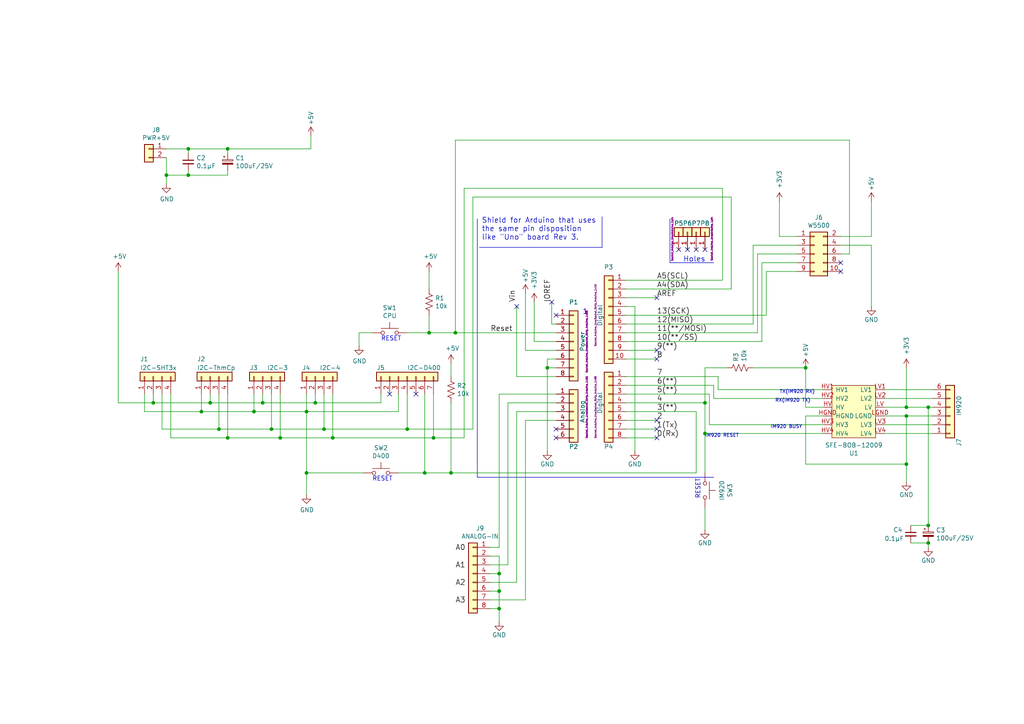
<source format=kicad_sch>
(kicad_sch (version 20230121) (generator eeschema)
  (paper "A4")
  (title_block (title "M302 Measurement Equipment Type Light") (date "2021-02-24") (rev "1.11") (company "HOLLY&Co.,Ltd.") (comment 1 "Use W5500 I/F for LAN networking") (comment 2 "Use IM920 I/F for Radio connection") (comment 3 "Analog Input 4ch available"))
  (lib_symbols
    (symbol "Buffer:SFE-BOB-12009" (pin_names (offset 1.016))
      (property "Reference" "U" (at 0 0 0))
      (property "Value" "SFE-BOB-12009" (at 0 0 0))
      (symbol "SFE-BOB-12009_0_1"
        (rectangle (start -6.35 -3.81) (end 6.35 -19.05) (fill (type background)))
      )
      (symbol "SFE-BOB-12009_1_1"
        (pin passive line (at 8.89 -10.16 180) (length 2.54) (name "HGND") (number "HGND"))
        (pin passive line (at 8.89 -12.7 180) (length 2.54) (name "HV") (number "HV"))
        (pin passive line (at 8.89 -17.78 180) (length 2.54) (name "HV1") (number "HV1"))
        (pin passive line (at 8.89 -15.24 180) (length 2.54) (name "HV2") (number "HV2"))
        (pin passive line (at 8.89 -7.62 180) (length 2.54) (name "HV3") (number "HV3"))
        (pin passive line (at 8.89 -5.08 180) (length 2.54) (name "HV4") (number "HV4"))
        (pin passive line (at -8.89 -10.16 0) (length 2.54) (name "LGND") (number "LGND"))
        (pin passive line (at -8.89 -12.7 0) (length 2.54) (name "LV") (number "LV"))
        (pin passive line (at -8.89 -17.78 0) (length 2.54) (name "LV1") (number "LV1"))
        (pin passive line (at -8.89 -15.24 0) (length 2.54) (name "LV2") (number "LV2"))
        (pin passive line (at -8.89 -7.62 0) (length 2.54) (name "LV3") (number "LV3"))
        (pin passive line (at -8.89 -5.08 0) (length 2.54) (name "LV4") (number "LV4"))
      )
    )
    (symbol "Connector_Generic:Conn_01x01" (pin_names (offset 1.016) hide)
      (property "Reference" "J" (at 0 2.54 0))
      (property "Value" "Conn_01x01" (at 0 -2.54 0))
      (symbol "Conn_01x01_1_1"
        (rectangle (start -1.27 0.127) (end 0 -0.127) (stroke (width 0.1524)))
        (rectangle (start -1.27 1.27) (end 1.27 -1.27) (stroke (width 0.254)) (fill (type background)))
        (pin passive line (at -5.08 0 0) (length 3.81) (name "Pin_1") (number "1"))
      )
    )
    (symbol "Connector_Generic:Conn_01x02" (pin_names (offset 1.016) hide)
      (property "Reference" "J" (at 0 2.54 0))
      (property "Value" "Conn_01x02" (at 0 -5.08 0))
      (symbol "Conn_01x02_1_1"
        (rectangle (start -1.27 -2.413) (end 0 -2.667) (stroke (width 0.1524)))
        (rectangle (start -1.27 0.127) (end 0 -0.127) (stroke (width 0.1524)))
        (rectangle (start -1.27 1.27) (end 1.27 -3.81) (stroke (width 0.254)) (fill (type background)))
        (pin passive line (at -5.08 0 0) (length 3.81) (name "Pin_1") (number "1"))
        (pin passive line (at -5.08 -2.54 0) (length 3.81) (name "Pin_2") (number "2"))
      )
    )
    (symbol "Connector_Generic:Conn_01x04" (pin_names (offset 1.016) hide)
      (property "Reference" "J" (at 0 5.08 0))
      (property "Value" "Conn_01x04" (at 0 -7.62 0))
      (symbol "Conn_01x04_1_1"
        (rectangle (start -1.27 -4.953) (end 0 -5.207) (stroke (width 0.1524)))
        (rectangle (start -1.27 -2.413) (end 0 -2.667) (stroke (width 0.1524)))
        (rectangle (start -1.27 0.127) (end 0 -0.127) (stroke (width 0.1524)))
        (rectangle (start -1.27 2.667) (end 0 2.413) (stroke (width 0.1524)))
        (rectangle (start -1.27 3.81) (end 1.27 -6.35) (stroke (width 0.254)) (fill (type background)))
        (pin passive line (at -5.08 2.54 0) (length 3.81) (name "Pin_1") (number "1"))
        (pin passive line (at -5.08 0 0) (length 3.81) (name "Pin_2") (number "2"))
        (pin passive line (at -5.08 -2.54 0) (length 3.81) (name "Pin_3") (number "3"))
        (pin passive line (at -5.08 -5.08 0) (length 3.81) (name "Pin_4") (number "4"))
      )
    )
    (symbol "Connector_Generic:Conn_01x06" (pin_names (offset 1.016) hide)
      (property "Reference" "J" (at 0 7.62 0))
      (property "Value" "Conn_01x06" (at 0 -10.16 0))
      (symbol "Conn_01x06_1_1"
        (rectangle (start -1.27 -7.493) (end 0 -7.747) (stroke (width 0.1524)))
        (rectangle (start -1.27 -4.953) (end 0 -5.207) (stroke (width 0.1524)))
        (rectangle (start -1.27 -2.413) (end 0 -2.667) (stroke (width 0.1524)))
        (rectangle (start -1.27 0.127) (end 0 -0.127) (stroke (width 0.1524)))
        (rectangle (start -1.27 2.667) (end 0 2.413) (stroke (width 0.1524)))
        (rectangle (start -1.27 5.207) (end 0 4.953) (stroke (width 0.1524)))
        (rectangle (start -1.27 6.35) (end 1.27 -8.89) (stroke (width 0.254)) (fill (type background)))
        (pin passive line (at -5.08 5.08 0) (length 3.81) (name "Pin_1") (number "1"))
        (pin passive line (at -5.08 2.54 0) (length 3.81) (name "Pin_2") (number "2"))
        (pin passive line (at -5.08 0 0) (length 3.81) (name "Pin_3") (number "3"))
        (pin passive line (at -5.08 -2.54 0) (length 3.81) (name "Pin_4") (number "4"))
        (pin passive line (at -5.08 -5.08 0) (length 3.81) (name "Pin_5") (number "5"))
        (pin passive line (at -5.08 -7.62 0) (length 3.81) (name "Pin_6") (number "6"))
      )
    )
    (symbol "Connector_Generic:Conn_01x07" (pin_names (offset 1.016) hide)
      (property "Reference" "J" (at 0 10.16 0))
      (property "Value" "Conn_01x07" (at 0 -10.16 0))
      (symbol "Conn_01x07_1_1"
        (rectangle (start -1.27 -7.493) (end 0 -7.747) (stroke (width 0.1524)))
        (rectangle (start -1.27 -4.953) (end 0 -5.207) (stroke (width 0.1524)))
        (rectangle (start -1.27 -2.413) (end 0 -2.667) (stroke (width 0.1524)))
        (rectangle (start -1.27 0.127) (end 0 -0.127) (stroke (width 0.1524)))
        (rectangle (start -1.27 2.667) (end 0 2.413) (stroke (width 0.1524)))
        (rectangle (start -1.27 5.207) (end 0 4.953) (stroke (width 0.1524)))
        (rectangle (start -1.27 7.747) (end 0 7.493) (stroke (width 0.1524)))
        (rectangle (start -1.27 8.89) (end 1.27 -8.89) (stroke (width 0.254)) (fill (type background)))
        (pin passive line (at -5.08 7.62 0) (length 3.81) (name "Pin_1") (number "1"))
        (pin passive line (at -5.08 5.08 0) (length 3.81) (name "Pin_2") (number "2"))
        (pin passive line (at -5.08 2.54 0) (length 3.81) (name "Pin_3") (number "3"))
        (pin passive line (at -5.08 0 0) (length 3.81) (name "Pin_4") (number "4"))
        (pin passive line (at -5.08 -2.54 0) (length 3.81) (name "Pin_5") (number "5"))
        (pin passive line (at -5.08 -5.08 0) (length 3.81) (name "Pin_6") (number "6"))
        (pin passive line (at -5.08 -7.62 0) (length 3.81) (name "Pin_7") (number "7"))
      )
    )
    (symbol "Connector_Generic:Conn_01x08" (pin_names (offset 1.016) hide)
      (property "Reference" "J" (at 0 10.16 0))
      (property "Value" "Conn_01x08" (at 0 -12.7 0))
      (symbol "Conn_01x08_1_1"
        (rectangle (start -1.27 -10.033) (end 0 -10.287) (stroke (width 0.1524)))
        (rectangle (start -1.27 -7.493) (end 0 -7.747) (stroke (width 0.1524)))
        (rectangle (start -1.27 -4.953) (end 0 -5.207) (stroke (width 0.1524)))
        (rectangle (start -1.27 -2.413) (end 0 -2.667) (stroke (width 0.1524)))
        (rectangle (start -1.27 0.127) (end 0 -0.127) (stroke (width 0.1524)))
        (rectangle (start -1.27 2.667) (end 0 2.413) (stroke (width 0.1524)))
        (rectangle (start -1.27 5.207) (end 0 4.953) (stroke (width 0.1524)))
        (rectangle (start -1.27 7.747) (end 0 7.493) (stroke (width 0.1524)))
        (rectangle (start -1.27 8.89) (end 1.27 -11.43) (stroke (width 0.254)) (fill (type background)))
        (pin passive line (at -5.08 7.62 0) (length 3.81) (name "Pin_1") (number "1"))
        (pin passive line (at -5.08 5.08 0) (length 3.81) (name "Pin_2") (number "2"))
        (pin passive line (at -5.08 2.54 0) (length 3.81) (name "Pin_3") (number "3"))
        (pin passive line (at -5.08 0 0) (length 3.81) (name "Pin_4") (number "4"))
        (pin passive line (at -5.08 -2.54 0) (length 3.81) (name "Pin_5") (number "5"))
        (pin passive line (at -5.08 -5.08 0) (length 3.81) (name "Pin_6") (number "6"))
        (pin passive line (at -5.08 -7.62 0) (length 3.81) (name "Pin_7") (number "7"))
        (pin passive line (at -5.08 -10.16 0) (length 3.81) (name "Pin_8") (number "8"))
      )
    )
    (symbol "Connector_Generic:Conn_01x10" (pin_names (offset 1.016) hide)
      (property "Reference" "J" (at 0 12.7 0))
      (property "Value" "Conn_01x10" (at 0 -15.24 0))
      (symbol "Conn_01x10_1_1"
        (rectangle (start -1.27 -12.573) (end 0 -12.827) (stroke (width 0.1524)))
        (rectangle (start -1.27 -10.033) (end 0 -10.287) (stroke (width 0.1524)))
        (rectangle (start -1.27 -7.493) (end 0 -7.747) (stroke (width 0.1524)))
        (rectangle (start -1.27 -4.953) (end 0 -5.207) (stroke (width 0.1524)))
        (rectangle (start -1.27 -2.413) (end 0 -2.667) (stroke (width 0.1524)))
        (rectangle (start -1.27 0.127) (end 0 -0.127) (stroke (width 0.1524)))
        (rectangle (start -1.27 2.667) (end 0 2.413) (stroke (width 0.1524)))
        (rectangle (start -1.27 5.207) (end 0 4.953) (stroke (width 0.1524)))
        (rectangle (start -1.27 7.747) (end 0 7.493) (stroke (width 0.1524)))
        (rectangle (start -1.27 10.287) (end 0 10.033) (stroke (width 0.1524)))
        (rectangle (start -1.27 11.43) (end 1.27 -13.97) (stroke (width 0.254)) (fill (type background)))
        (pin passive line (at -5.08 10.16 0) (length 3.81) (name "Pin_1") (number "1"))
        (pin passive line (at -5.08 -12.7 0) (length 3.81) (name "Pin_10") (number "10"))
        (pin passive line (at -5.08 7.62 0) (length 3.81) (name "Pin_2") (number "2"))
        (pin passive line (at -5.08 5.08 0) (length 3.81) (name "Pin_3") (number "3"))
        (pin passive line (at -5.08 2.54 0) (length 3.81) (name "Pin_4") (number "4"))
        (pin passive line (at -5.08 0 0) (length 3.81) (name "Pin_5") (number "5"))
        (pin passive line (at -5.08 -2.54 0) (length 3.81) (name "Pin_6") (number "6"))
        (pin passive line (at -5.08 -5.08 0) (length 3.81) (name "Pin_7") (number "7"))
        (pin passive line (at -5.08 -7.62 0) (length 3.81) (name "Pin_8") (number "8"))
        (pin passive line (at -5.08 -10.16 0) (length 3.81) (name "Pin_9") (number "9"))
      )
    )
    (symbol "Connector_Generic:Conn_02x05_Odd_Even" (pin_names (offset 1.016) hide)
      (property "Reference" "J" (at 1.27 7.62 0))
      (property "Value" "Conn_02x05_Odd_Even" (at 1.27 -7.62 0))
      (symbol "Conn_02x05_Odd_Even_1_1"
        (rectangle (start -1.27 -4.953) (end 0 -5.207) (stroke (width 0.1524)))
        (rectangle (start -1.27 -2.413) (end 0 -2.667) (stroke (width 0.1524)))
        (rectangle (start -1.27 0.127) (end 0 -0.127) (stroke (width 0.1524)))
        (rectangle (start -1.27 2.667) (end 0 2.413) (stroke (width 0.1524)))
        (rectangle (start -1.27 5.207) (end 0 4.953) (stroke (width 0.1524)))
        (rectangle (start -1.27 6.35) (end 3.81 -6.35) (stroke (width 0.254)) (fill (type background)))
        (rectangle (start 3.81 -4.953) (end 2.54 -5.207) (stroke (width 0.1524)))
        (rectangle (start 3.81 -2.413) (end 2.54 -2.667) (stroke (width 0.1524)))
        (rectangle (start 3.81 0.127) (end 2.54 -0.127) (stroke (width 0.1524)))
        (rectangle (start 3.81 2.667) (end 2.54 2.413) (stroke (width 0.1524)))
        (rectangle (start 3.81 5.207) (end 2.54 4.953) (stroke (width 0.1524)))
        (pin passive line (at -5.08 5.08 0) (length 3.81) (name "Pin_1") (number "1"))
        (pin passive line (at 7.62 -5.08 180) (length 3.81) (name "Pin_10") (number "10"))
        (pin passive line (at 7.62 5.08 180) (length 3.81) (name "Pin_2") (number "2"))
        (pin passive line (at -5.08 2.54 0) (length 3.81) (name "Pin_3") (number "3"))
        (pin passive line (at 7.62 2.54 180) (length 3.81) (name "Pin_4") (number "4"))
        (pin passive line (at -5.08 0 0) (length 3.81) (name "Pin_5") (number "5"))
        (pin passive line (at 7.62 0 180) (length 3.81) (name "Pin_6") (number "6"))
        (pin passive line (at -5.08 -2.54 0) (length 3.81) (name "Pin_7") (number "7"))
        (pin passive line (at 7.62 -2.54 180) (length 3.81) (name "Pin_8") (number "8"))
        (pin passive line (at -5.08 -5.08 0) (length 3.81) (name "Pin_9") (number "9"))
      )
    )
    (symbol "Device:C_Small" (pin_numbers hide) (pin_names (offset 0.254) hide)
      (property "Reference" "C" (at 0.254 1.778 0))
      (property "Value" "C_Small" (at 0.254 -2.032 0))
      (symbol "C_Small_0_1"
        (polyline (pts (xy -1.524 -0.508) (xy 1.524 -0.508)) (stroke (width 0.3302)))
        (polyline (pts (xy -1.524 0.508) (xy 1.524 0.508)) (stroke (width 0.3048)))
      )
      (symbol "C_Small_1_1"
        (pin passive line (at 0 2.54 270) (length 2.032) (name "~") (number "1"))
        (pin passive line (at 0 -2.54 90) (length 2.032) (name "~") (number "2"))
      )
    )
    (symbol "Device:R_US" (pin_numbers hide) (pin_names (offset 0))
      (property "Reference" "R" (at 2.54 0 90))
      (property "Value" "R_US" (at -2.54 0 90))
      (symbol "R_US_0_1"
        (polyline (pts (xy 0 -2.286) (xy 0 -2.54)))
        (polyline (pts (xy 0 2.286) (xy 0 2.54)))
        (polyline (pts (xy 0 -0.762) (xy 1.016 -1.143) (xy 0 -1.524) (xy -1.016 -1.905) (xy 0 -2.286)))
        (polyline (pts (xy 0 0.762) (xy 1.016 0.381) (xy 0 0) (xy -1.016 -0.381) (xy 0 -0.762)))
        (polyline (pts (xy 0 2.286) (xy 1.016 1.905) (xy 0 1.524) (xy -1.016 1.143) (xy 0 0.762)))
      )
      (symbol "R_US_1_1"
        (pin passive line (at 0 3.81 270) (length 1.27) (name "~") (number "1"))
        (pin passive line (at 0 -3.81 90) (length 1.27) (name "~") (number "2"))
      )
    )
    (symbol "M302-rescue:+3.3V-power" (power) (pin_names (offset 0))
      (property "Value" "+3.3V-power" (at 0 3.556 0))
      (symbol "+3.3V-power_0_1"
        (polyline (pts (xy -0.762 1.27) (xy 0 2.54)))
        (polyline (pts (xy 0 0) (xy 0 2.54)))
        (polyline (pts (xy 0 2.54) (xy 0.762 1.27)))
      )
      (symbol "+3.3V-power_1_1"
        (pin power_in line (at 0 0 90) (length 0) hide (name "+3V3") (number "1"))
      )
    )
    (symbol "M302-rescue:CP_Small-Device" (pin_numbers hide) (pin_names (offset 0.254) hide)
      (property "Reference" "C" (at 0.254 1.778 0))
      (property "Value" "Device_CP_Small" (at 0.254 -2.032 0))
      (symbol "CP_Small-Device_0_1"
        (rectangle (start -1.524 -0.3048) (end 1.524 -0.6858) (fill (type outline)))
        (rectangle (start -1.524 0.6858) (end 1.524 0.3048))
        (polyline (pts (xy -1.27 1.524) (xy -0.762 1.524)))
        (polyline (pts (xy -1.016 1.27) (xy -1.016 1.778)))
      )
      (symbol "CP_Small-Device_1_1"
        (pin passive line (at 0 2.54 270) (length 1.8542) (name "~") (number "1"))
        (pin passive line (at 0 -2.54 90) (length 1.8542) (name "~") (number "2"))
      )
    )
    (symbol "Switch:SW_Push" (pin_numbers hide) (pin_names (offset 1.016) hide)
      (property "Reference" "SW" (at 1.27 2.54 0))
      (property "Value" "SW_Push" (at 0 -1.524 0))
      (symbol "SW_Push_0_1"
        (circle (center -2.032 0) (radius 0.508))
        (polyline (pts (xy 0 1.27) (xy 0 3.048)))
        (polyline (pts (xy 2.54 1.27) (xy -2.54 1.27)))
        (circle (center 2.032 0) (radius 0.508))
        (pin passive line (at -5.08 0 0) (length 2.54) (name "1") (number "1"))
        (pin passive line (at 5.08 0 180) (length 2.54) (name "2") (number "2"))
      )
    )
    (symbol "power:+5V" (power) (pin_names (offset 0))
      (property "Value" "+5V" (at 0 3.556 0))
      (symbol "+5V_0_1"
        (polyline (pts (xy -0.762 1.27) (xy 0 2.54)))
        (polyline (pts (xy 0 0) (xy 0 2.54)))
        (polyline (pts (xy 0 2.54) (xy 0.762 1.27)))
      )
      (symbol "+5V_1_1"
        (pin power_in line (at 0 0 90) (length 0) hide (name "+5V") (number "1"))
      )
    )
    (symbol "power:GND" (power) (pin_names (offset 0))
      (property "Value" "GND" (at 0 -3.81 0))
      (symbol "GND_0_1"
        (polyline (pts (xy 0 0) (xy 0 -1.27) (xy 1.27 -1.27) (xy 0 -2.54) (xy -1.27 -1.27) (xy 0 -1.27)))
      )
      (symbol "GND_1_1"
        (pin power_in line (at 0 0 270) (length 0) hide (name "GND") (number "1"))
      )
    )
  )
  (junction (at 144.78 176.53))
  (junction (at 262.89 134.62))
  (junction (at 44.45 116.84))
  (junction (at 118.11 124.46))
  (junction (at 76.2 116.84))
  (junction (at 124.46 96.52))
  (junction (at 88.9 119.38))
  (junction (at 262.89 118.11))
  (junction (at 91.44 116.84))
  (junction (at 96.52 127))
  (junction (at 130.81 137.16))
  (junction (at 233.68 106.68))
  (junction (at 73.66 119.38))
  (junction (at 204.47 125.73))
  (junction (at 54.61 50.8))
  (junction (at 66.04 127))
  (junction (at 58.42 119.38))
  (junction (at 88.9 137.16))
  (junction (at 144.78 171.45))
  (junction (at 144.78 166.37))
  (junction (at 262.89 120.65))
  (junction (at 132.08 96.52))
  (junction (at 158.75 106.68))
  (junction (at 93.98 124.46))
  (junction (at 48.26 50.8))
  (junction (at 66.04 43.18))
  (junction (at 269.24 157.48))
  (junction (at 269.24 152.4))
  (junction (at 204.47 116.84))
  (junction (at 269.24 118.11))
  (junction (at 78.74 124.46))
  (junction (at 54.61 43.18))
  (junction (at 60.96 116.84))
  (junction (at 125.73 127))
  (junction (at 81.28 127))
  (junction (at 123.19 137.16))
  (junction (at 63.5 124.46))
  (no_connect (at 120.65 114.3))
  (no_connect (at 199.39 72.39))
  (no_connect (at 196.85 72.39))
  (no_connect (at 190.5 127))
  (no_connect (at 201.93 72.39))
  (no_connect (at 190.5 101.6))
  (no_connect (at 190.5 104.14))
  (no_connect (at 190.5 121.92))
  (no_connect (at 190.5 86.36))
  (no_connect (at 190.5 124.46))
  (no_connect (at 161.29 124.46))
  (no_connect (at 161.29 127))
  (no_connect (at 160.02 87.63))
  (no_connect (at 243.84 78.74))
  (no_connect (at 149.86 88.9))
  (no_connect (at 204.47 72.39))
  (no_connect (at 113.03 114.3))
  (no_connect (at 161.29 91.44))
  (no_connect (at 243.84 76.2))
  (wire (pts (xy 123.19 114.3) (xy 123.19 137.16)))
  (wire (pts (xy 48.26 43.18) (xy 54.61 43.18)))
  (wire (pts (xy 88.9 137.16) (xy 88.9 119.38)))
  (wire (pts (xy 63.5 124.46) (xy 78.74 124.46)))
  (wire (pts (xy 132.08 40.64) (xy 132.08 96.52)))
  (polyline (pts (xy 138.43 63.5) (xy 138.43 138.43)))
  (wire (pts (xy 161.29 101.6) (xy 152.4 101.6)))
  (wire (pts (xy 115.57 119.38) (xy 88.9 119.38)))
  (wire (pts (xy 181.61 124.46) (xy 190.5 124.46)))
  (wire (pts (xy 158.75 104.14) (xy 158.75 106.68)))
  (wire (pts (xy 63.5 114.3) (xy 63.5 124.46)))
  (wire (pts (xy 269.24 158.75) (xy 269.24 157.48)))
  (wire (pts (xy 147.32 163.83) (xy 142.24 163.83)))
  (wire (pts (xy 149.86 88.9) (xy 149.86 109.22)))
  (wire (pts (xy 54.61 50.8) (xy 48.26 50.8)))
  (wire (pts (xy 243.84 73.66) (xy 246.38 73.66)))
  (wire (pts (xy 181.61 104.14) (xy 190.5 104.14)))
  (wire (pts (xy 125.73 127) (xy 134.62 127)))
  (wire (pts (xy 137.16 57.15) (xy 212.09 57.15)))
  (wire (pts (xy 134.62 54.61) (xy 209.55 54.61)))
  (wire (pts (xy 90.17 43.18) (xy 90.17 39.37)))
  (wire (pts (xy 222.25 78.74) (xy 231.14 78.74)))
  (wire (pts (xy 132.08 96.52) (xy 161.29 96.52)))
  (wire (pts (xy 60.96 116.84) (xy 76.2 116.84)))
  (wire (pts (xy 256.54 123.19) (xy 270.51 123.19)))
  (wire (pts (xy 60.96 114.3) (xy 60.96 116.84)))
  (wire (pts (xy 81.28 127) (xy 96.52 127)))
  (wire (pts (xy 262.89 118.11) (xy 256.54 118.11)))
  (wire (pts (xy 233.68 118.11) (xy 238.76 118.11)))
  (wire (pts (xy 154.94 99.06) (xy 154.94 87.63)))
  (wire (pts (xy 262.89 120.65) (xy 270.51 120.65)))
  (wire (pts (xy 130.81 109.22) (xy 130.81 105.41)))
  (wire (pts (xy 246.38 40.64) (xy 132.08 40.64)))
  (wire (pts (xy 184.15 88.9) (xy 184.15 130.81)))
  (wire (pts (xy 222.25 91.44) (xy 222.25 78.74)))
  (wire (pts (xy 208.28 113.03) (xy 238.76 113.03)))
  (wire (pts (xy 204.47 153.67) (xy 204.47 147.32)))
  (wire (pts (xy 46.99 124.46) (xy 46.99 114.3)))
  (wire (pts (xy 142.24 166.37) (xy 144.78 166.37)))
  (wire (pts (xy 142.24 161.29) (xy 144.78 161.29)))
  (wire (pts (xy 93.98 114.3) (xy 93.98 124.46)))
  (wire (pts (xy 88.9 119.38) (xy 88.9 114.3)))
  (wire (pts (xy 226.06 68.58) (xy 226.06 58.42)))
  (wire (pts (xy 88.9 143.51) (xy 88.9 137.16)))
  (wire (pts (xy 44.45 116.84) (xy 60.96 116.84)))
  (wire (pts (xy 181.61 114.3) (xy 205.74 114.3)))
  (wire (pts (xy 218.44 106.68) (xy 233.68 106.68)))
  (wire (pts (xy 181.61 86.36) (xy 190.5 86.36)))
  (wire (pts (xy 252.73 68.58) (xy 252.73 58.42)))
  (wire (pts (xy 66.04 127) (xy 81.28 127)))
  (wire (pts (xy 144.78 166.37) (xy 144.78 171.45)))
  (polyline (pts (xy 207.01 76.2) (xy 194.31 76.2)))
  (wire (pts (xy 144.78 176.53) (xy 144.78 180.34)))
  (wire (pts (xy 152.4 121.92) (xy 152.4 173.99)))
  (wire (pts (xy 243.84 68.58) (xy 252.73 68.58)))
  (wire (pts (xy 181.61 111.76) (xy 207.01 111.76)))
  (wire (pts (xy 152.4 173.99) (xy 142.24 173.99)))
  (wire (pts (xy 81.28 114.3) (xy 81.28 127)))
  (wire (pts (xy 49.53 127) (xy 49.53 114.3)))
  (wire (pts (xy 76.2 116.84) (xy 91.44 116.84)))
  (wire (pts (xy 262.89 118.11) (xy 269.24 118.11)))
  (wire (pts (xy 233.68 106.68) (xy 233.68 118.11)))
  (wire (pts (xy 181.61 121.92) (xy 190.5 121.92)))
  (wire (pts (xy 161.29 104.14) (xy 158.75 104.14)))
  (wire (pts (xy 124.46 91.44) (xy 124.46 96.52)))
  (wire (pts (xy 231.14 68.58) (xy 226.06 68.58)))
  (wire (pts (xy 66.04 50.8) (xy 54.61 50.8)))
  (wire (pts (xy 204.47 125.73) (xy 238.76 125.73)))
  (wire (pts (xy 137.16 124.46) (xy 137.16 57.15)))
  (wire (pts (xy 96.52 127) (xy 125.73 127)))
  (wire (pts (xy 219.71 96.52) (xy 219.71 73.66)))
  (wire (pts (xy 181.61 88.9) (xy 184.15 88.9)))
  (wire (pts (xy 204.47 125.73) (xy 204.47 137.16)))
  (wire (pts (xy 264.16 152.4) (xy 269.24 152.4)))
  (wire (pts (xy 134.62 127) (xy 134.62 54.61)))
  (wire (pts (xy 181.61 127) (xy 190.5 127)))
  (wire (pts (xy 110.49 116.84) (xy 91.44 116.84)))
  (wire (pts (xy 205.74 114.3) (xy 205.74 123.19)))
  (wire (pts (xy 181.61 83.82) (xy 212.09 83.82)))
  (wire (pts (xy 219.71 73.66) (xy 231.14 73.66)))
  (wire (pts (xy 181.61 93.98) (xy 218.44 93.98)))
  (wire (pts (xy 181.61 91.44) (xy 222.25 91.44)))
  (wire (pts (xy 209.55 54.61) (xy 209.55 81.28)))
  (wire (pts (xy 161.29 119.38) (xy 149.86 119.38)))
  (wire (pts (xy 256.54 113.03) (xy 270.51 113.03)))
  (wire (pts (xy 144.78 114.3) (xy 144.78 158.75)))
  (wire (pts (xy 125.73 114.3) (xy 125.73 127)))
  (wire (pts (xy 124.46 83.82) (xy 124.46 78.74)))
  (wire (pts (xy 115.57 114.3) (xy 115.57 119.38)))
  (wire (pts (xy 256.54 120.65) (xy 262.89 120.65)))
  (wire (pts (xy 181.61 99.06) (xy 220.98 99.06)))
  (wire (pts (xy 218.44 71.12) (xy 231.14 71.12)))
  (wire (pts (xy 107.95 96.52) (xy 104.14 96.52)))
  (wire (pts (xy 149.86 168.91) (xy 142.24 168.91)))
  (wire (pts (xy 41.91 114.3) (xy 41.91 119.38)))
  (wire (pts (xy 78.74 114.3) (xy 78.74 124.46)))
  (wire (pts (xy 152.4 101.6) (xy 152.4 85.09)))
  (wire (pts (xy 105.41 137.16) (xy 88.9 137.16)))
  (wire (pts (xy 181.61 81.28) (xy 209.55 81.28)))
  (wire (pts (xy 262.89 120.65) (xy 262.89 134.62)))
  (wire (pts (xy 76.2 114.3) (xy 76.2 116.84)))
  (wire (pts (xy 210.82 106.68) (xy 204.47 106.68)))
  (wire (pts (xy 233.68 120.65) (xy 233.68 134.62)))
  (wire (pts (xy 144.78 161.29) (xy 144.78 166.37)))
  (wire (pts (xy 34.29 78.74) (xy 34.29 116.84)))
  (wire (pts (xy 118.11 96.52) (xy 124.46 96.52)))
  (wire (pts (xy 181.61 109.22) (xy 208.28 109.22)))
  (wire (pts (xy 212.09 57.15) (xy 212.09 83.82)))
  (polyline (pts (xy 139.065 71.755) (xy 174.625 71.755)))
  (wire (pts (xy 66.04 49.53) (xy 66.04 50.8)))
  (wire (pts (xy 204.47 106.68) (xy 204.47 116.84)))
  (wire (pts (xy 181.61 116.84) (xy 204.47 116.84)))
  (wire (pts (xy 48.26 45.72) (xy 48.26 50.8)))
  (wire (pts (xy 110.49 114.3) (xy 110.49 116.84)))
  (wire (pts (xy 256.54 115.57) (xy 270.51 115.57)))
  (polyline (pts (xy 174.625 71.755) (xy 174.625 62.865)))
  (wire (pts (xy 58.42 119.38) (xy 73.66 119.38)))
  (wire (pts (xy 144.78 171.45) (xy 144.78 176.53)))
  (wire (pts (xy 264.16 157.48) (xy 269.24 157.48)))
  (wire (pts (xy 49.53 127) (xy 66.04 127)))
  (wire (pts (xy 218.44 93.98) (xy 218.44 71.12)))
  (wire (pts (xy 201.93 137.16) (xy 130.81 137.16)))
  (wire (pts (xy 181.61 96.52) (xy 219.71 96.52)))
  (wire (pts (xy 93.98 124.46) (xy 118.11 124.46)))
  (wire (pts (xy 256.54 125.73) (xy 270.51 125.73)))
  (wire (pts (xy 161.29 99.06) (xy 154.94 99.06)))
  (wire (pts (xy 181.61 101.6) (xy 190.5 101.6)))
  (wire (pts (xy 58.42 114.3) (xy 58.42 119.38)))
  (wire (pts (xy 142.24 171.45) (xy 144.78 171.45)))
  (wire (pts (xy 262.89 134.62) (xy 262.89 139.7)))
  (wire (pts (xy 161.29 116.84) (xy 147.32 116.84)))
  (wire (pts (xy 269.24 118.11) (xy 269.24 152.4)))
  (polyline (pts (xy 138.43 138.43) (xy 207.01 138.43)))
  (wire (pts (xy 54.61 44.45) (xy 54.61 43.18)))
  (wire (pts (xy 252.73 71.12) (xy 252.73 88.9)))
  (wire (pts (xy 147.32 116.84) (xy 147.32 163.83)))
  (wire (pts (xy 34.29 116.84) (xy 44.45 116.84)))
  (wire (pts (xy 104.14 96.52) (xy 104.14 100.33)))
  (wire (pts (xy 161.29 109.22) (xy 149.86 109.22)))
  (wire (pts (xy 269.24 118.11) (xy 270.51 118.11)))
  (wire (pts (xy 220.98 76.2) (xy 220.98 99.06)))
  (wire (pts (xy 54.61 43.18) (xy 66.04 43.18)))
  (wire (pts (xy 73.66 114.3) (xy 73.66 119.38)))
  (wire (pts (xy 142.24 176.53) (xy 144.78 176.53)))
  (wire (pts (xy 160.02 87.63) (xy 160.02 93.98)))
  (wire (pts (xy 181.61 119.38) (xy 201.93 119.38)))
  (wire (pts (xy 149.86 119.38) (xy 149.86 168.91)))
  (wire (pts (xy 46.99 124.46) (xy 63.5 124.46)))
  (wire (pts (xy 205.74 123.19) (xy 238.76 123.19)))
  (wire (pts (xy 161.29 114.3) (xy 144.78 114.3)))
  (wire (pts (xy 44.45 114.3) (xy 44.45 116.84)))
  (wire (pts (xy 78.74 124.46) (xy 93.98 124.46)))
  (wire (pts (xy 207.01 111.76) (xy 207.01 115.57)))
  (wire (pts (xy 204.47 116.84) (xy 204.47 125.73)))
  (wire (pts (xy 161.29 106.68) (xy 158.75 106.68)))
  (wire (pts (xy 48.26 50.8) (xy 48.26 53.34)))
  (wire (pts (xy 66.04 43.18) (xy 90.17 43.18)))
  (wire (pts (xy 66.04 44.45) (xy 66.04 43.18)))
  (wire (pts (xy 238.76 120.65) (xy 233.68 120.65)))
  (wire (pts (xy 91.44 116.84) (xy 91.44 114.3)))
  (wire (pts (xy 161.29 121.92) (xy 152.4 121.92)))
  (wire (pts (xy 54.61 49.53) (xy 54.61 50.8)))
  (wire (pts (xy 201.93 119.38) (xy 201.93 137.16)))
  (wire (pts (xy 130.81 116.84) (xy 130.81 137.16)))
  (wire (pts (xy 262.89 106.68) (xy 262.89 118.11)))
  (wire (pts (xy 118.11 124.46) (xy 137.16 124.46)))
  (wire (pts (xy 118.11 114.3) (xy 118.11 124.46)))
  (wire (pts (xy 124.46 96.52) (xy 132.08 96.52)))
  (wire (pts (xy 96.52 114.3) (xy 96.52 127)))
  (wire (pts (xy 158.75 106.68) (xy 158.75 130.81)))
  (wire (pts (xy 123.19 137.16) (xy 130.81 137.16)))
  (wire (pts (xy 246.38 73.66) (xy 246.38 40.64)))
  (wire (pts (xy 41.91 119.38) (xy 58.42 119.38)))
  (wire (pts (xy 220.98 76.2) (xy 231.14 76.2)))
  (wire (pts (xy 208.28 109.22) (xy 208.28 113.03)))
  (wire (pts (xy 123.19 137.16) (xy 115.57 137.16)))
  (wire (pts (xy 73.66 119.38) (xy 88.9 119.38)))
  (wire (pts (xy 233.68 134.62) (xy 262.89 134.62)))
  (wire (pts (xy 243.84 71.12) (xy 252.73 71.12)))
  (wire (pts (xy 66.04 114.3) (xy 66.04 127)))
  (polyline (pts (xy 194.31 76.2) (xy 194.31 63.5)))
  (wire (pts (xy 144.78 158.75) (xy 142.24 158.75)))
  (wire (pts (xy 207.01 115.57) (xy 238.76 115.57)))
  (wire (pts (xy 160.02 93.98) (xy 161.29 93.98)))
  (text "RESET" (at 110.49 99.06 0) (effects (font (size 1.27 1.27)) (justify left bottom)))
  (text "RX(IM920 TX)" (at 224.79 116.84 0) (effects (font (size 0.9906 0.9906)) (justify left bottom)))
  (text "1" (at 168.91 91.44 0) (effects (font (size 1.524 1.524)) (justify left bottom)))
  (text "Shield for Arduino that uses\nthe same pin disposition\nlike \"Uno\" board Rev 3." (at 139.7 69.85 0) (effects (font (size 1.524 1.524)) (justify left bottom)))
  (text "RESET" (at 107.95 139.7 0) (effects (font (size 1.27 1.27)) (justify left bottom)))
  (text "Holes" (at 198.12 76.2 0) (effects (font (size 1.524 1.524)) (justify left bottom)))
  (text "IM920 BUSY" (at 223.52 124.46 0) (effects (font (size 0.9906 0.9906)) (justify left bottom)))
  (text "TX(IM920 RX)" (at 226.06 114.3 0) (effects (font (size 0.9906 0.9906)) (justify left bottom)))
  (text "IM920 RESET" (at 204.47 127 0) (effects (font (size 0.9906 0.9906)) (justify left bottom)))
  (text "RESET" (at 203.2 144.78 90) (effects (font (size 1.27 1.27)) (justify left bottom)))
  (label "5(**)" (at 190.5 114.3 0) (effects (font (size 1.524 1.524))))
  (label "9(**)" (at 190.5 101.6 0) (effects (font (size 1.524 1.524))))
  (label "1(Tx)" (at 190.5 124.46 0) (effects (font (size 1.524 1.524))))
  (label "8" (at 190.5 104.14 0) (effects (font (size 1.524 1.524))))
  (label "A3" (at 132.08 175.26 0) (effects (font (size 1.524 1.524))))
  (label "11(**/MOSI)" (at 190.5 96.52 0) (effects (font (size 1.524 1.524))))
  (label "10(**/SS)" (at 190.5 99.06 0) (effects (font (size 1.524 1.524))))
  (label "A0" (at 132.08 160.02 0) (effects (font (size 1.524 1.524))))
  (label "AREF" (at 190.5 86.36 0) (effects (font (size 1.524 1.524))))
  (label "IOREF" (at 160.02 87.63 90) (effects (font (size 1.524 1.524))))
  (label "A2" (at 132.08 170.18 0) (effects (font (size 1.524 1.524))))
  (label "A5(SCL)" (at 190.5 81.28 0) (effects (font (size 1.524 1.524))))
  (label "2" (at 190.5 121.92 0) (effects (font (size 1.524 1.524))))
  (label "3(**)" (at 190.5 119.38 0) (effects (font (size 1.524 1.524))))
  (label "0(Rx)" (at 190.5 127 0) (effects (font (size 1.524 1.524))))
  (label "Vin" (at 149.86 87.63 90) (effects (font (size 1.524 1.524))))
  (label "6(**)" (at 190.5 111.76 0) (effects (font (size 1.524 1.524))))
  (label "Reset" (at 142.24 96.52 0) (effects (font (size 1.524 1.524))))
  (label "A1" (at 132.08 165.1 0) (effects (font (size 1.524 1.524))))
  (label "4" (at 190.5 116.84 0) (effects (font (size 1.524 1.524))))
  (label "7" (at 190.5 109.22 0) (effects (font (size 1.524 1.524))))
  (label "A4(SDA)" (at 190.5 83.82 0) (effects (font (size 1.524 1.524))))
  (label "12(MISO)" (at 190.5 93.98 0) (effects (font (size 1.524 1.524))))
  (label "13(SCK)" (at 190.5 91.44 0) (effects (font (size 1.524 1.524))))
  (symbol (lib_id "Connector_Generic:Conn_01x08") (at 166.37 99.06 0) (unit 1)
    (property "Reference" "P1" (at 166.37 87.63 0))
    (property "Value" "Power" (at 168.91 99.06 90))
    (property "Footprint" "Socket_Arduino_Uno:Socket_Strip_Arduino_1x08" (at 170.18 99.06 90) (effects (font (size 0.508 0.508))))
  )
  (symbol (lib_id "M302-rescue:+3.3V-power") (at 154.94 87.63 0) (unit 1)
    (property "Reference" "#PWR01" (effects hide))
    (property "Value" "+3.3V" (at 154.94 81.28 90))
  )
  (symbol (lib_id "power:+5V") (at 152.4 85.09 0) (unit 1)
    (property "Reference" "#PWR02" (effects hide))
    (property "Value" "+5V" (at 152.4 80.01 90))
  )
  (symbol (lib_id "power:GND") (at 158.75 130.81 0) (unit 1)
    (property "Reference" "#PWR03" (effects hide))
    (property "Value" "GND" (at 158.75 134.62 0))
  )
  (symbol (lib_id "power:GND") (at 184.15 130.81 0) (unit 1)
    (property "Reference" "#PWR04" (effects hide))
    (property "Value" "GND" (at 184.15 134.62 0))
  )
  (symbol (lib_id "Connector_Generic:Conn_01x06") (at 166.37 119.38 0) (unit 1)
    (property "Reference" "P2" (at 166.37 129.54 0))
    (property "Value" "Analog" (at 168.91 119.38 90))
    (property "Footprint" "Socket_Arduino_Uno:Socket_Strip_Arduino_1x06" (at 170.18 118.11 90) (effects (font (size 0.508 0.508))))
  )
  (symbol (lib_id "Connector_Generic:Conn_01x01") (at 196.85 67.31 90) (unit 1)
    (property "Reference" "P5" (at 196.85 64.77 90))
    (property "Value" "CONN_01X01" (effects hide))
    (property "Footprint" "Socket_Arduino_Uno:Arduino_1pin" (at 194.9704 69.3166 0) (effects (font (size 0.508 0.508))))
  )
  (symbol (lib_id "Connector_Generic:Conn_01x01") (at 199.39 67.31 90) (unit 1)
    (property "Reference" "P6" (at 199.39 64.77 90))
    (property "Value" "CONN_01X01" (effects hide))
    (property "Footprint" "Socket_Arduino_Uno:Arduino_1pin" (effects hide))
  )
  (symbol (lib_id "Connector_Generic:Conn_01x01") (at 201.93 67.31 90) (unit 1)
    (property "Reference" "P7" (at 201.93 64.77 90))
    (property "Value" "CONN_01X01" (effects hide))
    (property "Footprint" "Socket_Arduino_Uno:Arduino_1pin" (effects hide))
  )
  (symbol (lib_id "Connector_Generic:Conn_01x01") (at 204.47 67.31 90) (unit 1)
    (property "Reference" "P8" (at 204.47 64.77 90))
    (property "Value" "CONN_01X01" (effects hide))
    (property "Footprint" "Socket_Arduino_Uno:Arduino_1pin" (at 206.4512 69.2404 0) (effects (font (size 0.508 0.508))))
  )
  (symbol (lib_id "Connector_Generic:Conn_01x08") (at 176.53 116.84 0) (mirror y) (unit 1)
    (property "Reference" "P4" (at 176.53 129.54 0))
    (property "Value" "Digital" (at 173.99 116.84 90))
    (property "Footprint" "Socket_Arduino_Uno:Socket_Strip_Arduino_1x08" (at 172.72 118.11 90) (effects (font (size 0.508 0.508))))
  )
  (symbol (lib_id "Connector_Generic:Conn_01x10") (at 176.53 91.44 0) (mirror y) (unit 1)
    (property "Reference" "P3" (at 176.53 77.47 0))
    (property "Value" "Digital" (at 173.99 91.44 90))
    (property "Footprint" "Socket_Arduino_Uno:Socket_Strip_Arduino_1x10" (at 172.72 91.44 90) (effects (font (size 0.508 0.508))))
  )
  (symbol (lib_id "power:GND") (at 88.9 143.51 0) (unit 1)
    (property "Reference" "#PWR0101" (effects hide))
    (property "Value" "GND" (at 89.027 147.9042 0))
  )
  (symbol (lib_id "Buffer:SFE-BOB-12009") (at 247.65 130.81 180) (unit 1)
    (property "Reference" "U1" (at 247.65 131.445 0))
    (property "Value" "SFE-BOB-12009" (at 247.65 129.1336 0))
    (property "Footprint" "HOLLY:SFE-BOB-12009" (effects hide))
  )
  (symbol (lib_id "power:+5V") (at 34.29 78.74 0) (unit 1)
    (property "Reference" "#PWR0102" (effects hide))
    (property "Value" "+5V" (at 34.671 74.3458 0))
  )
  (symbol (lib_id "power:GND") (at 262.89 139.7 0) (unit 1)
    (property "Reference" "#PWR0109" (effects hide))
    (property "Value" "GND" (at 262.89 143.51 0))
  )
  (symbol (lib_id "Switch:SW_Push") (at 110.49 137.16 0) (unit 1)
    (property "Reference" "SW2" (at 110.49 129.921 0))
    (property "Value" "D400" (at 110.49 132.2324 0))
    (property "Footprint" "HOLLY:TVDT18-050" (effects hide))
  )
  (symbol (lib_id "M302-rescue:+3.3V-power") (at 262.89 106.68 0) (unit 1)
    (property "Reference" "#PWR0111" (effects hide))
    (property "Value" "+3.3V" (at 262.89 100.33 90))
  )
  (symbol (lib_id "power:+5V") (at 233.68 106.68 0) (unit 1)
    (property "Reference" "#PWR0112" (effects hide))
    (property "Value" "+5V" (at 233.68 101.6 90))
  )
  (symbol (lib_id "Switch:SW_Push") (at 113.03 96.52 0) (unit 1)
    (property "Reference" "SW1" (at 113.03 89.281 0))
    (property "Value" "CPU" (at 113.03 91.5924 0))
    (property "Footprint" "HOLLY:TVDT18-050" (effects hide))
  )
  (symbol (lib_id "Device:R_US") (at 124.46 87.63 0) (unit 1)
    (property "Reference" "R1" (at 126.1872 86.4616 0) (effects (justify left)))
    (property "Value" "10k" (at 126.1872 88.773 0) (effects (justify left)))
    (property "Footprint" "Resistor_THT:R_Axial_DIN0207_L6.3mm_D2.5mm_P7.62mm_Horizontal" (effects hide))
  )
  (symbol (lib_id "power:GND") (at 104.14 100.33 0) (unit 1)
    (property "Reference" "#PWR0103" (effects hide))
    (property "Value" "GND" (at 104.267 104.7242 0))
  )
  (symbol (lib_id "Connector_Generic:Conn_02x05_Odd_Even") (at 236.22 73.66 0) (unit 1)
    (property "Reference" "J6" (at 237.49 63.0682 0))
    (property "Value" "W5500" (at 237.49 65.3796 0))
    (property "Footprint" "Connector_PinHeader_2.54mm:PinHeader_2x05_P2.54mm_Vertical" (effects hide))
  )
  (symbol (lib_id "M302-rescue:+3.3V-power") (at 226.06 58.42 0) (unit 1)
    (property "Reference" "#PWR0104" (effects hide))
    (property "Value" "+3.3V" (at 226.06 52.07 90))
  )
  (symbol (lib_id "power:+5V") (at 252.73 58.42 0) (unit 1)
    (property "Reference" "#PWR0108" (effects hide))
    (property "Value" "+5V" (at 252.73 53.34 90))
  )
  (symbol (lib_id "power:GND") (at 252.73 88.9 0) (unit 1)
    (property "Reference" "#PWR0106" (effects hide))
    (property "Value" "GND" (at 252.73 92.71 0))
  )
  (symbol (lib_id "Switch:SW_Push") (at 204.47 142.24 270) (unit 1)
    (property "Reference" "SW3" (at 211.709 142.24 0))
    (property "Value" "IM920" (at 209.3976 142.24 0))
    (property "Footprint" "HOLLY:TVDT18-050" (effects hide))
  )
  (symbol (lib_id "power:GND") (at 204.47 153.67 0) (unit 1)
    (property "Reference" "#PWR0113" (effects hide))
    (property "Value" "GND" (at 204.47 157.48 0))
  )
  (symbol (lib_id "Connector_Generic:Conn_01x04") (at 91.44 109.22 90) (unit 1)
    (property "Reference" "J4" (at 87.63 106.68 90) (effects (justify right)))
    (property "Value" "I2C-4" (at 92.71 106.68 90) (effects (justify right)))
    (property "Footprint" "Connector_JST:JST_XH_B4B-XH-A_1x04_P2.50mm_Vertical" (effects hide))
  )
  (symbol (lib_id "Connector_Generic:Conn_01x04") (at 76.2 109.22 90) (unit 1)
    (property "Reference" "J3" (at 72.39 106.68 90) (effects (justify right)))
    (property "Value" "I2C-3" (at 77.47 106.68 90) (effects (justify right)))
    (property "Footprint" "Connector_JST:JST_XH_B4B-XH-A_1x04_P2.50mm_Vertical" (effects hide))
  )
  (symbol (lib_id "Connector_Generic:Conn_01x04") (at 60.96 109.22 90) (unit 1)
    (property "Reference" "J2" (at 57.15 104.14 90) (effects (justify right)))
    (property "Value" "I2C-ThmCp" (at 57.15 106.68 90) (effects (justify right)))
    (property "Footprint" "Connector_JST:JST_XH_B4B-XH-A_1x04_P2.50mm_Vertical" (effects hide))
  )
  (symbol (lib_id "Connector_Generic:Conn_01x04") (at 44.45 109.22 90) (unit 1)
    (property "Reference" "J1" (at 40.64 104.14 90) (effects (justify right)))
    (property "Value" "I2C-SHT3x" (at 40.64 106.68 90) (effects (justify right)))
    (property "Footprint" "Connector_JST:JST_XH_B4B-XH-A_1x04_P2.50mm_Vertical" (effects hide))
  )
  (symbol (lib_id "Connector_Generic:Conn_01x07") (at 118.11 109.22 90) (unit 1)
    (property "Reference" "J5" (at 109.22 106.68 90) (effects (justify right)))
    (property "Value" "I2C-D400" (at 118.11 106.68 90) (effects (justify right)))
    (property "Footprint" "Connector_JST:JST_XH_B7B-XH-A_1x07_P2.50mm_Vertical" (effects hide))
  )
  (symbol (lib_id "Connector_Generic:Conn_01x06") (at 275.59 120.65 0) (mirror x) (unit 1)
    (property "Reference" "J7" (at 278.13 129.54 90) (effects (justify right)))
    (property "Value" "IM920" (at 278.13 120.65 90) (effects (justify right)))
    (property "Footprint" "Connector_JST:JST_XH_B6B-XH-A_1x06_P2.50mm_Vertical" (effects hide))
  )
  (symbol (lib_id "Connector_Generic:Conn_01x02") (at 43.18 43.18 0) (mirror y) (unit 1)
    (property "Reference" "J8" (at 45.2628 37.6682 0))
    (property "Value" "PWR+5V" (at 45.2628 39.9796 0))
    (property "Footprint" "Connector_JST:JST_XH_B2B-XH-A_1x02_P2.50mm_Vertical" (effects hide))
  )
  (symbol (lib_id "power:GND") (at 48.26 53.34 0) (unit 1)
    (property "Reference" "#PWR0107" (effects hide))
    (property "Value" "GND" (at 48.387 57.7342 0))
  )
  (symbol (lib_id "power:+5V") (at 90.17 39.37 0) (unit 1)
    (property "Reference" "#PWR0105" (effects hide))
    (property "Value" "+5V" (at 90.17 34.29 90))
  )
  (symbol (lib_id "M302-rescue:CP_Small-Device") (at 66.04 46.99 0) (unit 1)
    (property "Reference" "C1" (at 68.2752 45.8216 0) (effects (justify left)))
    (property "Value" "100uF/25V" (at 68.2752 48.133 0) (effects (justify left)))
    (property "Footprint" "Capacitor_THT:CP_Radial_D5.0mm_P2.00mm" (effects hide))
    (property "Datasheet" "https://akizukidenshi.com/download/ds/rubycon/PK_series.pdf" (effects hide))
  )
  (symbol (lib_id "Device:R_US") (at 130.81 113.03 0) (unit 1)
    (property "Reference" "R2" (at 132.5372 111.8616 0) (effects (justify left)))
    (property "Value" "10k" (at 132.5372 114.173 0) (effects (justify left)))
    (property "Footprint" "Resistor_THT:R_Axial_DIN0207_L6.3mm_D2.5mm_P7.62mm_Horizontal" (effects hide))
  )
  (symbol (lib_id "power:+5V") (at 130.81 105.41 0) (unit 1)
    (property "Reference" "#PWR0110" (effects hide))
    (property "Value" "+5V" (at 131.191 101.0158 0))
  )
  (symbol (lib_id "Device:R_US") (at 214.63 106.68 90) (unit 1)
    (property "Reference" "R3" (at 213.4616 104.9528 0) (effects (justify left)))
    (property "Value" "10k" (at 215.773 104.9528 0) (effects (justify left)))
    (property "Footprint" "Resistor_THT:R_Axial_DIN0207_L6.3mm_D2.5mm_P7.62mm_Horizontal" (effects hide))
  )
  (symbol (lib_id "Connector_Generic:Conn_01x08") (at 137.16 166.37 0) (mirror y) (unit 1)
    (property "Reference" "J9" (at 139.2428 153.2382 0))
    (property "Value" "ANALOG-IN" (at 139.2428 155.5496 0))
    (property "Footprint" "Connector_JST:JST_XH_B8B-XH-A_1x08_P2.50mm_Vertical" (effects hide))
  )
  (symbol (lib_id "power:GND") (at 144.78 180.34 0) (unit 1)
    (property "Reference" "#PWR0114" (effects hide))
    (property "Value" "GND" (at 144.78 184.15 0))
  )
  (symbol (lib_id "power:+5V") (at 124.46 78.74 0) (unit 1)
    (property "Reference" "#PWR0115" (effects hide))
    (property "Value" "+5V" (at 124.841 74.3458 0))
  )
  (symbol (lib_id "Device:C_Small") (at 54.61 46.99 0) (unit 1)
    (property "Reference" "C2" (at 56.9468 45.8216 0) (effects (justify left)))
    (property "Value" "0.1μF" (at 56.9468 48.133 0) (effects (justify left)))
    (property "Footprint" "Capacitor_THT:C_Disc_D3.0mm_W2.0mm_P2.50mm" (effects hide))
  )
  (symbol (lib_id "M302-rescue:CP_Small-Device") (at 269.24 154.94 0) (unit 1)
    (property "Reference" "C3" (at 271.4752 153.7716 0) (effects (justify left)))
    (property "Value" "100uF/25V" (at 271.4752 156.083 0) (effects (justify left)))
    (property "Footprint" "Capacitor_THT:CP_Radial_D5.0mm_P2.00mm" (effects hide))
    (property "Datasheet" "https://akizukidenshi.com/download/ds/rubycon/PK_series.pdf" (effects hide))
  )
  (symbol (lib_id "Device:C_Small") (at 264.16 154.94 0) (unit 1)
    (property "Reference" "C4" (at 259.08 153.67 0) (effects (justify left)))
    (property "Value" "0.1μF" (at 256.54 156.21 0) (effects (justify left)))
    (property "Footprint" "Capacitor_THT:C_Disc_D3.0mm_W2.0mm_P2.50mm" (effects hide))
  )
  (symbol (lib_id "power:GND") (at 269.24 158.75 0) (unit 1)
    (property "Reference" "#PWR0116" (effects hide))
    (property "Value" "GND" (at 269.24 162.56 0))
  )
)
</source>
